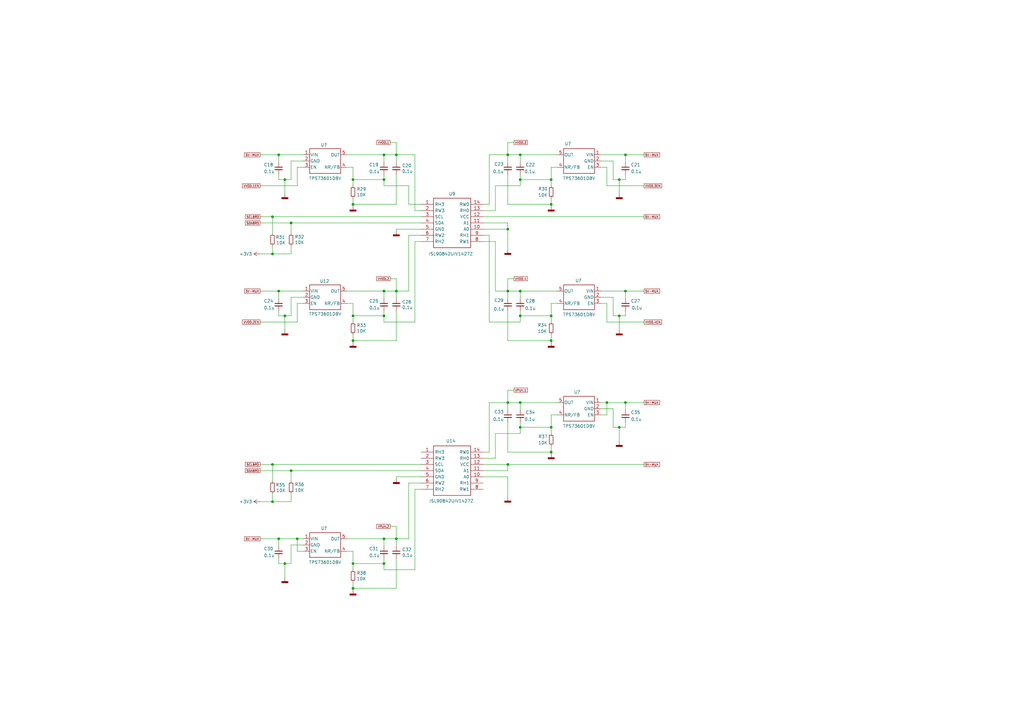
<source format=kicad_sch>
(kicad_sch (version 20250114) (generator "eeschema") (generator_version "9.0")
  (paper "A3")
  (title_block (title "EV2400 EVM Interface Board by Texas Instruments") (date "2019-09-26") (rev "1.0") (company "ORPALTECH"))
  (lib_symbols
    (symbol "EV2400-Components:+3V3" (power) (pin_names (offset 0))
      (property "Value" "+3V3" (at 0 3.556 0))
      (symbol "+3V3_0_1"
        (polyline (pts (xy -0.762 1.27) (xy 0 2.54)))
        (polyline (pts (xy 0 2.54) (xy 0.762 1.27)))
        (polyline (pts (xy 0 0) (xy 0 2.54)))
      )
      (symbol "+3V3_1_1"
        (pin power_in line (at 0 0 90) (length 0) (hide yes) (name "+3V3") (number "1"))
      )
    )
    (symbol "EV2400-Components:C_Small" (pin_numbers (hide yes)) (pin_names (offset 0.254) (hide yes))
      (property "Reference" "C" (at 0.254 1.778 0))
      (property "Value" "C_Small" (at 0.254 -2.032 0))
      (symbol "C_Small_0_1"
        (polyline (pts (xy -1.524 0.508) (xy 1.524 0.508)) (stroke (width 0.3048)))
        (polyline (pts (xy -1.524 -0.508) (xy 1.524 -0.508)) (stroke (width 0.3302)))
      )
      (symbol "C_Small_1_1"
        (pin passive line (at 0 2.54 270) (length 2.032) (name "~") (number "1"))
        (pin passive line (at 0 -2.54 90) (length 2.032) (name "~") (number "2"))
      )
    )
    (symbol "EV2400-Components:GND" (power) (pin_names (offset 0))
      (symbol "GND_0_1"
        (rectangle (start -1.27 -1.524) (end 1.27 -2.032) (stroke (width 0.254)) (fill (type outline)))
        (polyline (pts (xy 0 0) (xy 0 -1.524)))
      )
      (symbol "GND_1_1"
        (pin power_in line (at 0 0 270) (length 0) (hide yes) (name "GND") (number "1"))
      )
    )
    (symbol "EV2400-Components:ISL90842"
      (property "Reference" "U" (at -6.35 12.7 0))
      (property "Value" "ISL90842" (at -3.81 -12.7 0))
      (symbol "ISL90842_0_0"
        (pin bidirectional line (at -12.7 7.62 0) (length 5.08) (name "RH3") (number "1"))
        (pin bidirectional line (at -12.7 5.08 0) (length 5.08) (name "RW3") (number "2"))
        (pin bidirectional line (at -12.7 2.54 0) (length 5.08) (name "SCL") (number "3"))
        (pin bidirectional line (at -12.7 0 0) (length 5.08) (name "SDA") (number "4"))
        (pin bidirectional line (at -12.7 -2.54 0) (length 5.08) (name "GND") (number "5"))
        (pin bidirectional line (at -12.7 -5.08 0) (length 5.08) (name "RW2") (number "6"))
        (pin bidirectional line (at -12.7 -7.62 0) (length 5.08) (name "RH2") (number "7"))
        (pin bidirectional line (at 12.7 7.62 180) (length 5.08) (name "RW0") (number "14"))
        (pin bidirectional line (at 12.7 5.08 180) (length 5.08) (name "RH0") (number "13"))
        (pin bidirectional line (at 12.7 2.54 180) (length 5.08) (name "VCC") (number "12"))
        (pin bidirectional line (at 12.7 0 180) (length 5.08) (name "A1") (number "11"))
        (pin bidirectional line (at 12.7 -2.54 180) (length 5.08) (name "A0") (number "10"))
        (pin bidirectional line (at 12.7 -5.08 180) (length 5.08) (name "RH1") (number "9"))
        (pin bidirectional line (at 12.7 -7.62 180) (length 5.08) (name "RW1") (number "8"))
      )
      (symbol "ISL90842_0_1"
        (polyline (pts (xy -7.62 10.16) (xy 7.62 10.16) (xy 7.62 -10.16) (xy -7.62 -10.16) (xy -7.62 10.16)) (stroke (width 0.2032)))
      )
    )
    (symbol "EV2400-Components:R_Small" (pin_numbers (hide yes)) (pin_names (offset 0.254) (hide yes))
      (property "Reference" "R" (at 0.762 0.508 0))
      (property "Value" "R_Small" (at 0.762 -1.016 0))
      (symbol "R_Small_0_1"
        (rectangle (start -0.762 1.778) (end 0.762 -1.778) (stroke (width 0.2032)))
      )
      (symbol "R_Small_1_1"
        (pin passive line (at 0 2.54 270) (length 0.762) (name "~") (number "1"))
        (pin passive line (at 0 -2.54 90) (length 0.762) (name "~") (number "2"))
      )
    )
    (symbol "EV2400-Components:TPS73601DBV" (pin_names (offset 0.254))
      (property "Reference" "U" (at -7.62 7.62 0))
      (property "Value" "TPS73601DBV" (at -6.35 -7.62 0))
      (symbol "TPS73601DBV_0_0"
        (pin bidirectional line (at -8.89 2.54 0) (length 2.54) (name "VIN") (number "1"))
        (pin bidirectional line (at -8.89 0 0) (length 2.54) (name "GND") (number "2"))
        (pin bidirectional line (at -8.89 -2.54 0) (length 2.54) (name "EN") (number "3"))
        (pin bidirectional line (at 8.89 2.54 180) (length 2.54) (name "OUT") (number "5"))
        (pin bidirectional line (at 8.89 -2.54 180) (length 2.54) (name "NR/FB") (number "4"))
      )
      (symbol "TPS73601DBV_0_1"
        (polyline (pts (xy -6.35 5.08) (xy 6.35 5.08) (xy 6.35 -5.08) (xy -6.35 -5.08) (xy -6.35 5.08)) (stroke (width 0.2032)))
      )
    )
  )
  (junction (at 254 73.66))
  (junction (at 111.76 88.9))
  (junction (at 162.56 220.98))
  (junction (at 254 175.26))
  (junction (at 144.78 73.66))
  (junction (at 116.84 73.66))
  (junction (at 157.48 129.54))
  (junction (at 157.48 73.66))
  (junction (at 157.48 220.98))
  (junction (at 119.38 91.44))
  (junction (at 157.48 119.38))
  (junction (at 208.28 119.38))
  (junction (at 213.36 175.26))
  (junction (at 116.84 231.14))
  (junction (at 114.3 63.5))
  (junction (at 208.28 165.1))
  (junction (at 121.92 220.98))
  (junction (at 116.84 129.54))
  (junction (at 144.78 231.14))
  (junction (at 254 129.54))
  (junction (at 144.78 139.7))
  (junction (at 157.48 231.14))
  (junction (at 226.06 139.7))
  (junction (at 162.56 63.5))
  (junction (at 226.06 83.82))
  (junction (at 256.54 165.1))
  (junction (at 157.48 63.5))
  (junction (at 208.28 63.5))
  (junction (at 111.76 104.14))
  (junction (at 111.76 205.74))
  (junction (at 114.3 119.38))
  (junction (at 114.3 220.98))
  (junction (at 213.36 73.66))
  (junction (at 144.78 241.3))
  (junction (at 226.06 129.54))
  (junction (at 144.78 129.54))
  (junction (at 226.06 185.42))
  (junction (at 144.78 83.82))
  (junction (at 226.06 73.66))
  (junction (at 111.76 190.5))
  (junction (at 208.28 93.98))
  (junction (at 213.36 129.54))
  (junction (at 256.54 119.38))
  (junction (at 256.54 63.5))
  (junction (at 162.56 119.38))
  (junction (at 248.92 165.1))
  (junction (at 208.28 190.5))
  (junction (at 226.06 175.26))
  (junction (at 213.36 63.5))
  (junction (at 213.36 165.1))
  (junction (at 213.36 119.38))
  (junction (at 119.38 193.04))
  (wire (pts (xy 114.3 220.98) (xy 106.68 220.98)))
  (wire (pts (xy 208.28 91.44) (xy 208.28 93.98)))
  (wire (pts (xy 162.56 66.548) (xy 162.56 63.5)))
  (wire (pts (xy 198.12 88.9) (xy 264.16 88.9)))
  (wire (pts (xy 144.78 129.54) (xy 157.48 129.54)))
  (wire (pts (xy 142.24 68.58) (xy 144.78 68.58)))
  (wire (pts (xy 226.06 124.46) (xy 226.06 129.54)))
  (wire (pts (xy 116.84 231.14) (xy 114.3 231.14)))
  (wire (pts (xy 226.06 185.42) (xy 208.28 185.42)))
  (wire (pts (xy 213.36 119.38) (xy 208.28 119.38)))
  (wire (pts (xy 228.6 170.18) (xy 226.06 170.18)))
  (wire (pts (xy 144.78 73.66) (xy 144.78 76.2)))
  (wire (pts (xy 226.06 175.26) (xy 226.06 177.8)))
  (wire (pts (xy 256.54 175.26) (xy 256.54 173.228)))
  (wire (pts (xy 142.24 226.06) (xy 144.78 226.06)))
  (wire (pts (xy 167.64 119.38) (xy 162.56 119.38)))
  (wire (pts (xy 162.56 63.5) (xy 162.56 58.42)))
  (wire (pts (xy 256.54 165.1) (xy 264.16 165.1)))
  (wire (pts (xy 172.72 190.5) (xy 111.76 190.5)))
  (wire (pts (xy 114.3 73.66) (xy 114.3 71.628)))
  (wire (pts (xy 256.54 119.38) (xy 264.16 119.38)))
  (wire (pts (xy 144.78 226.06) (xy 144.78 231.14)))
  (wire (pts (xy 251.46 66.04) (xy 251.46 73.66)))
  (wire (pts (xy 114.3 129.54) (xy 114.3 127.508)))
  (wire (pts (xy 144.78 140.462) (xy 144.78 139.7)))
  (wire (pts (xy 124.46 66.04) (xy 119.38 66.04)))
  (wire (pts (xy 251.46 175.26) (xy 254 175.26)))
  (wire (pts (xy 208.28 165.1) (xy 208.28 160.02)))
  (wire (pts (xy 124.46 68.58) (xy 121.92 68.58)))
  (wire (pts (xy 124.46 63.5) (xy 114.3 63.5)))
  (wire (pts (xy 111.76 205.74) (xy 106.68 205.74)))
  (wire (pts (xy 162.56 139.7) (xy 162.56 127.508)))
  (wire (pts (xy 208.28 168.148) (xy 208.28 165.1)))
  (wire (pts (xy 226.06 68.58) (xy 226.06 73.66)))
  (wire (pts (xy 119.38 223.52) (xy 119.38 231.14)))
  (wire (pts (xy 121.92 76.2) (xy 106.68 76.2)))
  (wire (pts (xy 226.06 139.7) (xy 226.06 137.16)))
  (wire (pts (xy 172.72 96.52) (xy 167.64 96.52)))
  (wire (pts (xy 119.38 205.74) (xy 111.76 205.74)))
  (wire (pts (xy 162.56 224.028) (xy 162.56 220.98)))
  (wire (pts (xy 167.64 83.82) (xy 167.64 76.2)))
  (wire (pts (xy 167.64 198.12) (xy 167.64 220.98)))
  (wire (pts (xy 119.38 193.04) (xy 106.68 193.04)))
  (wire (pts (xy 124.46 124.46) (xy 121.92 124.46)))
  (wire (pts (xy 256.54 66.548) (xy 256.54 63.5)))
  (wire (pts (xy 162.56 93.98) (xy 162.56 94.742)))
  (wire (pts (xy 119.38 202.438) (xy 119.38 205.74)))
  (wire (pts (xy 198.12 93.98) (xy 208.28 93.98)))
  (wire (pts (xy 226.06 170.18) (xy 226.06 175.26)))
  (wire (pts (xy 162.56 195.58) (xy 162.56 196.342)))
  (wire (pts (xy 142.24 220.98) (xy 157.48 220.98)))
  (wire (pts (xy 172.72 195.58) (xy 162.56 195.58)))
  (wire (pts (xy 228.6 68.58) (xy 226.06 68.58)))
  (wire (pts (xy 256.54 73.66) (xy 256.54 71.628)))
  (wire (pts (xy 213.36 177.8) (xy 213.36 175.26)))
  (wire (pts (xy 162.56 122.428) (xy 162.56 119.38)))
  (wire (pts (xy 114.3 122.428) (xy 114.3 119.38)))
  (wire (pts (xy 124.46 226.06) (xy 121.92 226.06)))
  (wire (pts (xy 246.38 167.64) (xy 251.46 167.64)))
  (wire (pts (xy 162.56 114.3) (xy 160.02 114.3)))
  (wire (pts (xy 157.48 233.68) (xy 170.18 233.68)))
  (wire (pts (xy 119.38 129.54) (xy 116.84 129.54)))
  (wire (pts (xy 114.3 66.548) (xy 114.3 63.5)))
  (wire (pts (xy 111.76 95.758) (xy 111.76 88.9)))
  (wire (pts (xy 144.78 83.82) (xy 144.78 81.28)))
  (wire (pts (xy 256.54 129.54) (xy 256.54 127.508)))
  (wire (pts (xy 248.92 170.18) (xy 248.92 165.1)))
  (wire (pts (xy 121.92 226.06) (xy 121.92 220.98)))
  (wire (pts (xy 144.78 129.54) (xy 144.78 132.08)))
  (wire (pts (xy 208.28 58.42) (xy 210.82 58.42)))
  (wire (pts (xy 167.64 198.12) (xy 172.72 198.12)))
  (wire (pts (xy 116.84 79.502) (xy 116.84 73.66)))
  (wire (pts (xy 246.38 121.92) (xy 251.46 121.92)))
  (wire (pts (xy 162.56 220.98) (xy 162.56 215.9)))
  (wire (pts (xy 124.46 121.92) (xy 119.38 121.92)))
  (wire (pts (xy 208.28 160.02) (xy 210.82 160.02)))
  (wire (pts (xy 157.48 119.38) (xy 162.56 119.38)))
  (wire (pts (xy 226.06 83.82) (xy 226.06 81.28)))
  (wire (pts (xy 124.46 220.98) (xy 121.92 220.98)))
  (wire (pts (xy 119.38 100.838) (xy 119.38 104.14)))
  (wire (pts (xy 246.38 170.18) (xy 248.92 170.18)))
  (wire (pts (xy 119.38 197.358) (xy 119.38 193.04)))
  (wire (pts (xy 162.56 241.3) (xy 162.56 229.108)))
  (wire (pts (xy 162.56 58.42) (xy 160.02 58.42)))
  (wire (pts (xy 226.06 185.42) (xy 226.06 182.88)))
  (wire (pts (xy 116.84 73.66) (xy 114.3 73.66)))
  (wire (pts (xy 251.46 73.66) (xy 254 73.66)))
  (wire (pts (xy 157.48 224.028) (xy 157.48 220.98)))
  (wire (pts (xy 213.36 129.54) (xy 213.36 132.08)))
  (wire (pts (xy 198.12 185.42) (xy 200.66 185.42)))
  (wire (pts (xy 124.46 223.52) (xy 119.38 223.52)))
  (wire (pts (xy 121.92 220.98) (xy 114.3 220.98)))
  (wire (pts (xy 162.56 215.9) (xy 160.02 215.9)))
  (wire (pts (xy 144.78 139.7) (xy 162.56 139.7)))
  (wire (pts (xy 144.78 241.3) (xy 162.56 241.3)))
  (wire (pts (xy 246.38 66.04) (xy 251.46 66.04)))
  (wire (pts (xy 213.36 63.5) (xy 208.28 63.5)))
  (wire (pts (xy 203.2 99.06) (xy 203.2 119.38)))
  (wire (pts (xy 124.46 119.38) (xy 114.3 119.38)))
  (wire (pts (xy 162.56 63.5) (xy 170.18 63.5)))
  (wire (pts (xy 226.06 73.66) (xy 213.36 73.66)))
  (wire (pts (xy 208.28 119.38) (xy 208.28 114.3)))
  (wire (pts (xy 248.92 68.58) (xy 248.92 76.2)))
  (wire (pts (xy 254 175.26) (xy 256.54 175.26)))
  (wire (pts (xy 226.06 175.26) (xy 213.36 175.26)))
  (wire (pts (xy 157.48 63.5) (xy 162.56 63.5)))
  (wire (pts (xy 121.92 132.08) (xy 106.68 132.08)))
  (wire (pts (xy 251.46 129.54) (xy 254 129.54)))
  (wire (pts (xy 111.76 202.438) (xy 111.76 205.74)))
  (wire (pts (xy 228.6 119.38) (xy 213.36 119.38)))
  (wire (pts (xy 226.06 140.462) (xy 226.06 139.7)))
  (wire (pts (xy 167.64 220.98) (xy 162.56 220.98)))
  (wire (pts (xy 119.38 121.92) (xy 119.38 129.54)))
  (wire (pts (xy 248.92 124.46) (xy 248.92 132.08)))
  (wire (pts (xy 200.66 185.42) (xy 200.66 165.1)))
  (wire (pts (xy 116.84 135.382) (xy 116.84 129.54)))
  (wire (pts (xy 157.48 132.08) (xy 170.18 132.08)))
  (wire (pts (xy 157.48 122.428) (xy 157.48 119.38)))
  (wire (pts (xy 198.12 195.58) (xy 208.28 195.58)))
  (wire (pts (xy 172.72 83.82) (xy 167.64 83.82)))
  (wire (pts (xy 254 73.66) (xy 256.54 73.66)))
  (wire (pts (xy 198.12 91.44) (xy 208.28 91.44)))
  (wire (pts (xy 251.46 121.92) (xy 251.46 129.54)))
  (wire (pts (xy 111.76 197.358) (xy 111.76 190.5)))
  (wire (pts (xy 144.78 73.66) (xy 157.48 73.66)))
  (wire (pts (xy 144.78 84.582) (xy 144.78 83.82)))
  (wire (pts (xy 226.06 139.7) (xy 208.28 139.7)))
  (wire (pts (xy 208.28 122.428) (xy 208.28 119.38)))
  (wire (pts (xy 144.78 231.14) (xy 157.48 231.14)))
  (wire (pts (xy 208.28 66.548) (xy 208.28 63.5)))
  (wire (pts (xy 248.92 165.1) (xy 256.54 165.1)))
  (wire (pts (xy 226.06 186.182) (xy 226.06 185.42)))
  (wire (pts (xy 203.2 177.8) (xy 213.36 177.8)))
  (wire (pts (xy 208.28 190.5) (xy 264.16 190.5)))
  (wire (pts (xy 226.06 83.82) (xy 208.28 83.82)))
  (wire (pts (xy 144.78 139.7) (xy 144.78 137.16)))
  (wire (pts (xy 213.36 165.1) (xy 208.28 165.1)))
  (wire (pts (xy 121.92 68.58) (xy 121.92 76.2)))
  (wire (pts (xy 200.66 132.08) (xy 213.36 132.08)))
  (wire (pts (xy 208.28 185.42) (xy 208.28 173.228)))
  (wire (pts (xy 198.12 96.52) (xy 200.66 96.52)))
  (wire (pts (xy 246.38 63.5) (xy 256.54 63.5)))
  (wire (pts (xy 213.36 175.26) (xy 213.36 173.228)))
  (wire (pts (xy 119.38 66.04) (xy 119.38 73.66)))
  (wire (pts (xy 172.72 93.98) (xy 162.56 93.98)))
  (wire (pts (xy 114.3 63.5) (xy 106.68 63.5)))
  (wire (pts (xy 248.92 76.2) (xy 264.16 76.2)))
  (wire (pts (xy 157.48 129.54) (xy 157.48 127.508)))
  (wire (pts (xy 119.38 95.758) (xy 119.38 91.44)))
  (wire (pts (xy 121.92 124.46) (xy 121.92 132.08)))
  (wire (pts (xy 144.78 242.062) (xy 144.78 241.3)))
  (wire (pts (xy 198.12 99.06) (xy 203.2 99.06)))
  (wire (pts (xy 162.56 119.38) (xy 162.56 114.3)))
  (wire (pts (xy 198.12 190.5) (xy 208.28 190.5)))
  (wire (pts (xy 157.48 231.14) (xy 157.48 233.68)))
  (wire (pts (xy 111.76 100.838) (xy 111.76 104.14)))
  (wire (pts (xy 119.38 73.66) (xy 116.84 73.66)))
  (wire (pts (xy 170.18 132.08) (xy 170.18 99.06)))
  (wire (pts (xy 170.18 86.36) (xy 170.18 63.5)))
  (wire (pts (xy 172.72 193.04) (xy 119.38 193.04)))
  (wire (pts (xy 213.36 76.2) (xy 213.36 73.66)))
  (wire (pts (xy 208.28 190.5) (xy 208.28 193.04)))
  (wire (pts (xy 246.38 68.58) (xy 248.92 68.58)))
  (wire (pts (xy 226.06 129.54) (xy 213.36 129.54)))
  (wire (pts (xy 226.06 84.582) (xy 226.06 83.82)))
  (wire (pts (xy 157.48 129.54) (xy 157.48 132.08)))
  (wire (pts (xy 208.28 195.58) (xy 208.28 203.962)))
  (wire (pts (xy 200.66 83.82) (xy 200.66 63.5)))
  (wire (pts (xy 172.72 86.36) (xy 170.18 86.36)))
  (wire (pts (xy 200.66 96.52) (xy 200.66 132.08)))
  (wire (pts (xy 157.48 231.14) (xy 157.48 229.108)))
  (wire (pts (xy 144.78 241.3) (xy 144.78 238.76)))
  (wire (pts (xy 208.28 165.1) (xy 200.66 165.1)))
  (wire (pts (xy 198.12 86.36) (xy 203.2 86.36)))
  (wire (pts (xy 213.36 122.428) (xy 213.36 119.38)))
  (wire (pts (xy 119.38 231.14) (xy 116.84 231.14)))
  (wire (pts (xy 226.06 129.54) (xy 226.06 132.08)))
  (wire (pts (xy 157.48 73.66) (xy 157.48 71.628)))
  (wire (pts (xy 228.6 124.46) (xy 226.06 124.46)))
  (wire (pts (xy 142.24 124.46) (xy 144.78 124.46)))
  (wire (pts (xy 167.64 96.52) (xy 167.64 119.38)))
  (wire (pts (xy 172.72 91.44) (xy 119.38 91.44)))
  (wire (pts (xy 208.28 63.5) (xy 208.28 58.42)))
  (wire (pts (xy 142.24 63.5) (xy 157.48 63.5)))
  (wire (pts (xy 208.28 63.5) (xy 200.66 63.5)))
  (wire (pts (xy 116.84 236.982) (xy 116.84 231.14)))
  (wire (pts (xy 114.3 119.38) (xy 106.68 119.38)))
  (wire (pts (xy 228.6 165.1) (xy 213.36 165.1)))
  (wire (pts (xy 119.38 104.14) (xy 111.76 104.14)))
  (wire (pts (xy 254 181.102) (xy 254 175.26)))
  (wire (pts (xy 254 129.54) (xy 256.54 129.54)))
  (wire (pts (xy 144.78 231.14) (xy 144.78 233.68)))
  (wire (pts (xy 208.28 139.7) (xy 208.28 127.508)))
  (wire (pts (xy 213.36 73.66) (xy 213.36 71.628)))
  (wire (pts (xy 213.36 168.148) (xy 213.36 165.1)))
  (wire (pts (xy 254 135.382) (xy 254 129.54)))
  (wire (pts (xy 203.2 76.2) (xy 213.36 76.2)))
  (wire (pts (xy 226.06 73.66) (xy 226.06 76.2)))
  (wire (pts (xy 114.3 224.028) (xy 114.3 220.98)))
  (wire (pts (xy 246.38 165.1) (xy 248.92 165.1)))
  (wire (pts (xy 208.28 114.3) (xy 210.82 114.3)))
  (wire (pts (xy 167.64 76.2) (xy 157.48 76.2)))
  (wire (pts (xy 144.78 68.58) (xy 144.78 73.66)))
  (wire (pts (xy 246.38 119.38) (xy 256.54 119.38)))
  (wire (pts (xy 157.48 220.98) (xy 162.56 220.98)))
  (wire (pts (xy 157.48 76.2) (xy 157.48 73.66)))
  (wire (pts (xy 203.2 76.2) (xy 203.2 86.36)))
  (wire (pts (xy 170.18 99.06) (xy 172.72 99.06)))
  (wire (pts (xy 203.2 187.96) (xy 203.2 177.8)))
  (wire (pts (xy 248.92 132.08) (xy 264.16 132.08)))
  (wire (pts (xy 228.6 63.5) (xy 213.36 63.5)))
  (wire (pts (xy 111.76 190.5) (xy 106.68 190.5)))
  (wire (pts (xy 198.12 187.96) (xy 203.2 187.96)))
  (wire (pts (xy 208.28 83.82) (xy 208.28 71.628)))
  (wire (pts (xy 170.18 200.66) (xy 172.72 200.66)))
  (wire (pts (xy 116.84 129.54) (xy 114.3 129.54)))
  (wire (pts (xy 172.72 88.9) (xy 111.76 88.9)))
  (wire (pts (xy 213.36 66.548) (xy 213.36 63.5)))
  (wire (pts (xy 114.3 231.14) (xy 114.3 229.108)))
  (wire (pts (xy 256.54 168.148) (xy 256.54 165.1)))
  (wire (pts (xy 144.78 83.82) (xy 162.56 83.82)))
  (wire (pts (xy 256.54 63.5) (xy 264.16 63.5)))
  (wire (pts (xy 157.48 66.548) (xy 157.48 63.5)))
  (wire (pts (xy 111.76 88.9) (xy 106.68 88.9)))
  (wire (pts (xy 198.12 83.82) (xy 200.66 83.82)))
  (wire (pts (xy 208.28 93.98) (xy 208.28 102.362)))
  (wire (pts (xy 246.38 124.46) (xy 248.92 124.46)))
  (wire (pts (xy 203.2 119.38) (xy 208.28 119.38)))
  (wire (pts (xy 251.46 167.64) (xy 251.46 175.26)))
  (wire (pts (xy 111.76 104.14) (xy 106.68 104.14)))
  (wire (pts (xy 254 79.502) (xy 254 73.66)))
  (wire (pts (xy 198.12 193.04) (xy 208.28 193.04)))
  (wire (pts (xy 256.54 122.428) (xy 256.54 119.38)))
  (wire (pts (xy 170.18 233.68) (xy 170.18 200.66)))
  (wire (pts (xy 213.36 129.54) (xy 213.36 127.508)))
  (wire (pts (xy 162.56 83.82) (xy 162.56 71.628)))
  (wire (pts (xy 142.24 119.38) (xy 157.48 119.38)))
  (wire (pts (xy 119.38 91.44) (xy 106.68 91.44)))
  (wire (pts (xy 144.78 124.46) (xy 144.78 129.54)))
  (global_label "VPUV.1" (shape passive) (at 210.82 160.02 0) (effects (font (size 0.889 0.889))) (property "Intersheetrefs" "${INTERSHEET_REFS}" (effects (hide yes))))
  (global_label "VVOD.1" (shape passive) (at 160.02 58.42 180) (effects (font (size 0.889 0.889))) (property "Intersheetrefs" "${INTERSHEET_REFS}" (effects (hide yes))))
  (global_label "5V-MUX" (shape passive) (at 106.68 63.5 180) (effects (font (size 0.889 0.889))) (property "Intersheetrefs" "${INTERSHEET_REFS}" (effects (hide yes))))
  (global_label "5V-MUX" (shape passive) (at 264.16 165.1 0) (effects (font (size 0.889 0.889))) (property "Intersheetrefs" "${INTERSHEET_REFS}" (effects (hide yes))))
  (global_label "5V-MUX" (shape passive) (at 264.16 190.5 0) (effects (font (size 0.889 0.889))) (property "Intersheetrefs" "${INTERSHEET_REFS}" (effects (hide yes))))
  (global_label "VVOD.3EN" (shape passive) (at 264.16 76.2 0) (effects (font (size 0.889 0.889))) (property "Intersheetrefs" "${INTERSHEET_REFS}" (effects (hide yes))))
  (global_label "5V-MUX" (shape passive) (at 264.16 119.38 0) (effects (font (size 0.889 0.889))) (property "Intersheetrefs" "${INTERSHEET_REFS}" (effects (hide yes))))
  (global_label "VVOD.4" (shape passive) (at 210.82 114.3 0) (effects (font (size 0.889 0.889))) (property "Intersheetrefs" "${INTERSHEET_REFS}" (effects (hide yes))))
  (global_label "VPUV.2" (shape passive) (at 160.02 215.9 180) (effects (font (size 0.889 0.889))) (property "Intersheetrefs" "${INTERSHEET_REFS}" (effects (hide yes))))
  (global_label "SDABRD" (shape passive) (at 106.68 193.04 180) (effects (font (size 0.889 0.889))) (property "Intersheetrefs" "${INTERSHEET_REFS}" (effects (hide yes))))
  (global_label "VVOD.3" (shape passive) (at 210.82 58.42 0) (effects (font (size 0.889 0.889))) (property "Intersheetrefs" "${INTERSHEET_REFS}" (effects (hide yes))))
  (global_label "VVOD.4EN" (shape passive) (at 264.16 132.08 0) (effects (font (size 0.889 0.889))) (property "Intersheetrefs" "${INTERSHEET_REFS}" (effects (hide yes))))
  (global_label "5V-MUX" (shape passive) (at 106.68 119.38 180) (effects (font (size 0.889 0.889))) (property "Intersheetrefs" "${INTERSHEET_REFS}" (effects (hide yes))))
  (global_label "VVOD.1EN" (shape passive) (at 106.68 76.2 180) (effects (font (size 0.889 0.889))) (property "Intersheetrefs" "${INTERSHEET_REFS}" (effects (hide yes))))
  (global_label "SDABRD" (shape passive) (at 106.68 91.44 180) (effects (font (size 0.889 0.889))) (property "Intersheetrefs" "${INTERSHEET_REFS}" (effects (hide yes))))
  (global_label "5V-MUX" (shape passive) (at 264.16 88.9 0) (effects (font (size 0.889 0.889))) (property "Intersheetrefs" "${INTERSHEET_REFS}" (effects (hide yes))))
  (global_label "SCLBRD" (shape passive) (at 106.68 88.9 180) (effects (font (size 0.889 0.889))) (property "Intersheetrefs" "${INTERSHEET_REFS}" (effects (hide yes))))
  (global_label "5V-MUX" (shape passive) (at 106.68 220.98 180) (effects (font (size 0.889 0.889))) (property "Intersheetrefs" "${INTERSHEET_REFS}" (effects (hide yes))))
  (global_label "VVOD.2EN" (shape passive) (at 106.68 132.08 180) (effects (font (size 0.889 0.889))) (property "Intersheetrefs" "${INTERSHEET_REFS}" (effects (hide yes))))
  (global_label "SCLBRD" (shape passive) (at 106.68 190.5 180) (effects (font (size 0.889 0.889))) (property "Intersheetrefs" "${INTERSHEET_REFS}" (effects (hide yes))))
  (global_label "VVOD.2" (shape passive) (at 160.02 114.3 180) (effects (font (size 0.889 0.889))) (property "Intersheetrefs" "${INTERSHEET_REFS}" (effects (hide yes))))
  (global_label "5V-MUX" (shape passive) (at 264.16 63.5 0) (effects (font (size 0.889 0.889))) (property "Intersheetrefs" "${INTERSHEET_REFS}" (effects (hide yes))))
  (symbol (lib_id "EV2400-Components:TPS73601DBV") (at 133.35 66.04 0) (unit 1)
    (property "Reference" "U10" (at 132.842 59.436 0))
    (property "Value" "TPS73601DBV" (at 133.35 73.152 0))
    (property "Footprint" "EV2400-Footprints:SOT95P280X145-5N" (effects (hide yes)))
    (property "Datasheet" "http://www.ti.com/lit/ds/symlink/tps736.pdf" (effects (hide yes)))
    (property "Description" "LDO Voltage Regulators Cap-Free NMOS 400mA" (effects (hide yes)))
    (property "Height" "1.45" (effects (hide yes)))
    (property "Manufacturer_Name" "Texas Instruments" (effects (hide yes)))
    (property "Manufacturer_Part_Number" "TPS73601DBV" (effects (hide yes)))
    (property "Description_1" "LDO Voltage Regulators Cap-Free NMOS 400mA" (effects (hide yes)))
    (instances (project "" (path "" (reference "U?") (unit 1)) (path "" (reference "U10") (unit 1))))
  )
  (symbol (lib_id "EV2400-Components:R_Small") (at 144.78 78.74 0) (unit 1)
    (property "Reference" "R29" (at 146.2786 77.5716 0) (effects (justify left)))
    (property "Value" "10K" (at 146.2786 79.883 0) (effects (justify left)))
    (property "Footprint" "EV2400-Footprints:R_0603_1608Metric" (effects (hide yes)))
    (property "Description" "Resistor, small symbol" (effects (hide yes)))
  )
  (symbol (lib_id "EV2400-Components:GND") (at 144.78 84.582 0) (unit 1)
    (property "Reference" "#PWR0151" (effects (hide yes)))
    (property "Value" "GND" (effects (hide yes)))
    (property "Description" "Power flag, digital ground" (effects (hide yes)))
  )
  (symbol (lib_id "EV2400-Components:C_Small") (at 157.48 69.088 0) (unit 1)
    (property "Reference" "C19" (at 151.384 67.564 0) (effects (justify left)))
    (property "Value" "0.1u" (at 151.384 70.358 0) (effects (justify left)))
    (property "Footprint" "EV2400-Footprints:C_0603_1608Metric" (effects (hide yes)))
    (property "Description" "Unpolarized capacitor" (effects (hide yes)))
  )
  (symbol (lib_id "EV2400-Components:C_Small") (at 162.56 69.088 0) (unit 1)
    (property "Reference" "C20" (at 164.8968 67.9196 0) (effects (justify left)))
    (property "Value" "0.1u" (at 164.8968 70.231 0) (effects (justify left)))
    (property "Footprint" "EV2400-Footprints:C_0603_1608Metric" (effects (hide yes)))
    (property "Description" "Unpolarized capacitor" (effects (hide yes)))
  )
  (symbol (lib_id "EV2400-Components:C_Small") (at 114.3 69.088 0) (unit 1)
    (property "Reference" "C18" (at 108.204 67.564 0) (effects (justify left)))
    (property "Value" "0.1u" (at 108.204 70.358 0) (effects (justify left)))
    (property "Footprint" "EV2400-Footprints:C_0603_1608Metric" (effects (hide yes)))
    (property "Description" "Unpolarized capacitor" (effects (hide yes)))
  )
  (symbol (lib_id "EV2400-Components:GND") (at 116.84 79.502 0) (unit 1)
    (property "Reference" "#PWR0152" (effects (hide yes)))
    (property "Value" "GND" (effects (hide yes)))
    (property "Description" "Power flag, digital ground" (effects (hide yes)))
  )
  (symbol (lib_id "EV2400-Components:TPS73601DBV") (at 237.49 66.04 0) (mirror y) (unit 1)
    (property "Reference" "U11" (at 232.918 58.928 0))
    (property "Value" "TPS73601DBV" (at 237.49 73.152 0))
    (property "Footprint" "EV2400-Footprints:SOT95P280X145-5N" (effects (hide yes)))
    (property "Datasheet" "http://www.ti.com/lit/ds/symlink/tps736.pdf" (effects (hide yes)))
    (property "Description" "LDO Voltage Regulators Cap-Free NMOS 400mA" (effects (hide yes)))
    (property "Height" "1.45" (effects (hide yes)))
    (property "Manufacturer_Name" "Texas Instruments" (effects (hide yes)))
    (property "Manufacturer_Part_Number" "TPS73601DBV" (effects (hide yes)))
    (property "Description_1" "LDO Voltage Regulators Cap-Free NMOS 400mA" (effects (hide yes)))
    (instances (project "" (path "" (reference "U?") (unit 1)) (path "" (reference "U11") (unit 1))))
  )
  (symbol (lib_id "EV2400-Components:R_Small") (at 226.06 78.74 0) (mirror y) (unit 1)
    (property "Reference" "R30" (at 220.726 77.47 0) (effects (justify right)))
    (property "Value" "10K" (at 220.726 80.01 0) (effects (justify right)))
    (property "Footprint" "EV2400-Footprints:R_0603_1608Metric" (effects (hide yes)))
    (property "Description" "Resistor, small symbol" (effects (hide yes)))
  )
  (symbol (lib_id "EV2400-Components:GND") (at 226.06 84.582 0) (mirror y) (unit 1)
    (property "Reference" "#PWR0153" (effects (hide yes)))
    (property "Value" "GND" (effects (hide yes)))
    (property "Description" "Power flag, digital ground" (effects (hide yes)))
  )
  (symbol (lib_id "EV2400-Components:C_Small") (at 213.36 69.088 0) (mirror y) (unit 1)
    (property "Reference" "C22" (at 219.456 67.564 0) (effects (justify left)))
    (property "Value" "0.1u" (at 219.456 70.358 0) (effects (justify left)))
    (property "Footprint" "EV2400-Footprints:C_0603_1608Metric" (effects (hide yes)))
    (property "Description" "Unpolarized capacitor" (effects (hide yes)))
  )
  (symbol (lib_id "EV2400-Components:C_Small") (at 208.28 69.088 0) (mirror y) (unit 1)
    (property "Reference" "C23" (at 202.692 67.31 0) (effects (justify right)))
    (property "Value" "0.1u" (at 202.184 70.358 0) (effects (justify right)))
    (property "Footprint" "EV2400-Footprints:C_0603_1608Metric" (effects (hide yes)))
    (property "Description" "Unpolarized capacitor" (effects (hide yes)))
  )
  (symbol (lib_id "EV2400-Components:C_Small") (at 256.54 69.088 0) (mirror y) (unit 1)
    (property "Reference" "C21" (at 262.636 67.564 0) (effects (justify left)))
    (property "Value" "0.1u" (at 263.144 70.358 0) (effects (justify left)))
    (property "Footprint" "EV2400-Footprints:C_0603_1608Metric" (effects (hide yes)))
    (property "Description" "Unpolarized capacitor" (effects (hide yes)))
  )
  (symbol (lib_id "EV2400-Components:GND") (at 254 79.502 0) (mirror y) (unit 1)
    (property "Reference" "#PWR0154" (effects (hide yes)))
    (property "Value" "GND" (effects (hide yes)))
    (property "Description" "Power flag, digital ground" (effects (hide yes)))
  )
  (symbol (lib_id "EV2400-Components:R_Small") (at 111.76 98.298 0) (unit 1)
    (property "Reference" "R31" (at 113.03 97.282 0) (effects (justify left)))
    (property "Value" "10K" (at 113.284 99.568 0) (effects (justify left)))
    (property "Footprint" "EV2400-Footprints:R_0603_1608Metric" (effects (hide yes)))
    (property "Description" "Resistor, small symbol" (effects (hide yes)))
  )
  (symbol (lib_id "EV2400-Components:R_Small") (at 119.38 98.298 0) (unit 1)
    (property "Reference" "R32" (at 120.8786 97.1296 0) (effects (justify left)))
    (property "Value" "10K" (at 120.8786 99.441 0) (effects (justify left)))
    (property "Footprint" "EV2400-Footprints:R_0603_1608Metric" (effects (hide yes)))
    (property "Description" "Resistor, small symbol" (effects (hide yes)))
  )
  (symbol (lib_id "EV2400-Components:+3V3") (at 106.68 104.14 90) (unit 1)
    (property "Reference" "#PWR0155" (effects (hide yes)))
    (property "Value" "+3V3" (at 103.4288 104.14 90) (effects (justify left)))
    (property "Description" "power-flag symbol +3.3V" (effects (hide yes)))
  )
  (symbol (lib_id "EV2400-Components:GND") (at 162.56 94.742 0) (unit 1)
    (property "Reference" "#PWR0156" (effects (hide yes)))
    (property "Value" "GND" (effects (hide yes)))
    (property "Description" "Power flag, digital ground" (effects (hide yes)))
  )
  (symbol (lib_id "EV2400-Components:R_Small") (at 144.78 134.62 0) (unit 1)
    (property "Reference" "R33" (at 146.2786 133.4516 0) (effects (justify left)))
    (property "Value" "10K" (at 146.2786 135.763 0) (effects (justify left)))
    (property "Footprint" "EV2400-Footprints:R_0603_1608Metric" (effects (hide yes)))
    (property "Description" "Resistor, small symbol" (effects (hide yes)))
  )
  (symbol (lib_id "EV2400-Components:GND") (at 144.78 140.462 0) (unit 1)
    (property "Reference" "#PWR0157" (effects (hide yes)))
    (property "Value" "GND" (effects (hide yes)))
    (property "Description" "Power flag, digital ground" (effects (hide yes)))
  )
  (symbol (lib_id "EV2400-Components:C_Small") (at 157.48 124.968 0) (unit 1)
    (property "Reference" "C25" (at 151.384 123.444 0) (effects (justify left)))
    (property "Value" "0.1u" (at 151.384 126.238 0) (effects (justify left)))
    (property "Footprint" "EV2400-Footprints:C_0603_1608Metric" (effects (hide yes)))
    (property "Description" "Unpolarized capacitor" (effects (hide yes)))
  )
  (symbol (lib_id "EV2400-Components:C_Small") (at 162.56 124.968 0) (unit 1)
    (property "Reference" "C26" (at 164.8968 123.7996 0) (effects (justify left)))
    (property "Value" "0.1u" (at 164.8968 126.111 0) (effects (justify left)))
    (property "Footprint" "EV2400-Footprints:C_0603_1608Metric" (effects (hide yes)))
    (property "Description" "Unpolarized capacitor" (effects (hide yes)))
  )
  (symbol (lib_id "EV2400-Components:C_Small") (at 114.3 124.968 0) (unit 1)
    (property "Reference" "C24" (at 108.204 123.444 0) (effects (justify left)))
    (property "Value" "0.1u" (at 108.204 126.238 0) (effects (justify left)))
    (property "Footprint" "EV2400-Footprints:C_0603_1608Metric" (effects (hide yes)))
    (property "Description" "Unpolarized capacitor" (effects (hide yes)))
  )
  (symbol (lib_id "EV2400-Components:GND") (at 116.84 135.382 0) (unit 1)
    (property "Reference" "#PWR0158" (effects (hide yes)))
    (property "Value" "GND" (effects (hide yes)))
    (property "Description" "Power flag, digital ground" (effects (hide yes)))
  )
  (symbol (lib_id "EV2400-Components:R_Small") (at 226.06 134.62 0) (mirror y) (unit 1)
    (property "Reference" "R34" (at 220.472 133.35 0) (effects (justify right)))
    (property "Value" "10K" (at 220.472 135.89 0) (effects (justify right)))
    (property "Footprint" "EV2400-Footprints:R_0603_1608Metric" (effects (hide yes)))
    (property "Description" "Resistor, small symbol" (effects (hide yes)))
  )
  (symbol (lib_id "EV2400-Components:GND") (at 226.06 140.462 0) (mirror y) (unit 1)
    (property "Reference" "#PWR0159" (effects (hide yes)))
    (property "Value" "GND" (effects (hide yes)))
    (property "Description" "Power flag, digital ground" (effects (hide yes)))
  )
  (symbol (lib_id "EV2400-Components:C_Small") (at 213.36 124.968 0) (mirror y) (unit 1)
    (property "Reference" "C28" (at 219.456 123.444 0) (effects (justify left)))
    (property "Value" "0.1u" (at 219.71 126.492 0) (effects (justify left)))
    (property "Footprint" "EV2400-Footprints:C_0603_1608Metric" (effects (hide yes)))
    (property "Description" "Unpolarized capacitor" (effects (hide yes)))
  )
  (symbol (lib_id "EV2400-Components:C_Small") (at 208.28 124.968 0) (mirror y) (unit 1)
    (property "Reference" "C29" (at 202.692 123.19 0) (effects (justify right)))
    (property "Value" "0.1u" (at 202.438 126.746 0) (effects (justify right)))
    (property "Footprint" "EV2400-Footprints:C_0603_1608Metric" (effects (hide yes)))
    (property "Description" "Unpolarized capacitor" (effects (hide yes)))
  )
  (symbol (lib_id "EV2400-Components:C_Small") (at 256.54 124.968 0) (mirror y) (unit 1)
    (property "Reference" "C27" (at 262.636 123.444 0) (effects (justify left)))
    (property "Value" "0.1u" (at 263.398 126.238 0) (effects (justify left)))
    (property "Footprint" "EV2400-Footprints:C_0603_1608Metric" (effects (hide yes)))
    (property "Description" "Unpolarized capacitor" (effects (hide yes)))
  )
  (symbol (lib_id "EV2400-Components:GND") (at 254 135.382 0) (mirror y) (unit 1)
    (property "Reference" "#PWR0160" (effects (hide yes)))
    (property "Value" "GND" (effects (hide yes)))
    (property "Description" "Power flag, digital ground" (effects (hide yes)))
  )
  (symbol (lib_id "EV2400-Components:TPS73601DBV") (at 237.49 121.92 0) (mirror y) (unit 1)
    (property "Reference" "U13" (at 237.236 115.062 0))
    (property "Value" "TPS73601DBV" (at 237.49 129.032 0))
    (property "Footprint" "EV2400-Footprints:SOT95P280X145-5N" (effects (hide yes)))
    (property "Datasheet" "http://www.ti.com/lit/ds/symlink/tps736.pdf" (effects (hide yes)))
    (property "Description" "LDO Voltage Regulators Cap-Free NMOS 400mA" (effects (hide yes)))
    (property "Height" "1.45" (effects (hide yes)))
    (property "Manufacturer_Name" "Texas Instruments" (effects (hide yes)))
    (property "Manufacturer_Part_Number" "TPS73601DBV" (effects (hide yes)))
    (property "Description_1" "LDO Voltage Regulators Cap-Free NMOS 400mA" (effects (hide yes)))
    (instances (project "" (path "" (reference "U?") (unit 1)) (path "" (reference "U13") (unit 1))))
  )
  (symbol (lib_id "EV2400-Components:GND") (at 208.28 102.362 0) (unit 1)
    (property "Reference" "#PWR0161" (effects (hide yes)))
    (property "Value" "GND" (effects (hide yes)))
    (property "Description" "Power flag, digital ground" (effects (hide yes)))
  )
  (symbol (lib_id "EV2400-Components:R_Small") (at 226.06 180.34 0) (mirror y) (unit 1)
    (property "Reference" "R37" (at 220.726 179.07 0) (effects (justify right)))
    (property "Value" "10K" (at 220.726 181.61 0) (effects (justify right)))
    (property "Footprint" "EV2400-Footprints:R_0603_1608Metric" (effects (hide yes)))
    (property "Description" "Resistor, small symbol" (effects (hide yes)))
  )
  (symbol (lib_id "EV2400-Components:GND") (at 226.06 186.182 0) (mirror y) (unit 1)
    (property "Reference" "#PWR0162" (effects (hide yes)))
    (property "Value" "GND" (effects (hide yes)))
    (property "Description" "Power flag, digital ground" (effects (hide yes)))
  )
  (symbol (lib_id "EV2400-Components:C_Small") (at 213.36 170.688 0) (mirror y) (unit 1)
    (property "Reference" "C34" (at 219.456 169.164 0) (effects (justify left)))
    (property "Value" "0.1u" (at 219.456 171.958 0) (effects (justify left)))
    (property "Footprint" "EV2400-Footprints:C_0603_1608Metric" (effects (hide yes)))
    (property "Description" "Unpolarized capacitor" (effects (hide yes)))
  )
  (symbol (lib_id "EV2400-Components:C_Small") (at 208.28 170.688 0) (mirror y) (unit 1)
    (property "Reference" "C33" (at 202.692 168.91 0) (effects (justify right)))
    (property "Value" "0.1u" (at 202.184 171.958 0) (effects (justify right)))
    (property "Footprint" "EV2400-Footprints:C_0603_1608Metric" (effects (hide yes)))
    (property "Description" "Unpolarized capacitor" (effects (hide yes)))
  )
  (symbol (lib_id "EV2400-Components:C_Small") (at 256.54 170.688 0) (mirror y) (unit 1)
    (property "Reference" "C35" (at 262.636 169.164 0) (effects (justify left)))
    (property "Value" "0.1u" (at 263.144 171.958 0) (effects (justify left)))
    (property "Footprint" "EV2400-Footprints:C_0603_1608Metric" (effects (hide yes)))
    (property "Description" "Unpolarized capacitor" (effects (hide yes)))
  )
  (symbol (lib_id "EV2400-Components:GND") (at 254 181.102 0) (mirror y) (unit 1)
    (property "Reference" "#PWR0163" (effects (hide yes)))
    (property "Value" "GND" (effects (hide yes)))
    (property "Description" "Power flag, digital ground" (effects (hide yes)))
  )
  (symbol (lib_id "EV2400-Components:TPS73601DBV") (at 237.49 167.64 0) (mirror y) (unit 1)
    (property "Reference" "U15" (at 236.728 160.782 0))
    (property "Value" "TPS73601DBV" (at 237.49 174.752 0))
    (property "Footprint" "EV2400-Footprints:SOT95P280X145-5N" (effects (hide yes)))
    (property "Datasheet" "http://www.ti.com/lit/ds/symlink/tps736.pdf" (effects (hide yes)))
    (property "Description" "LDO Voltage Regulators Cap-Free NMOS 400mA" (effects (hide yes)))
    (property "Height" "1.45" (effects (hide yes)))
    (property "Manufacturer_Name" "Texas Instruments" (effects (hide yes)))
    (property "Manufacturer_Part_Number" "TPS73601DBV" (effects (hide yes)))
    (property "Description_1" "LDO Voltage Regulators Cap-Free NMOS 400mA" (effects (hide yes)))
    (instances (project "" (path "" (reference "U?") (unit 1)) (path "" (reference "U15") (unit 1))))
  )
  (symbol (lib_id "EV2400-Components:GND") (at 208.28 203.962 0) (unit 1)
    (property "Reference" "#PWR0164" (effects (hide yes)))
    (property "Value" "GND" (effects (hide yes)))
    (property "Description" "Power flag, digital ground" (effects (hide yes)))
  )
  (symbol (lib_id "EV2400-Components:R_Small") (at 111.76 199.898 0) (unit 1)
    (property "Reference" "R35" (at 113.03 198.882 0) (effects (justify left)))
    (property "Value" "10K" (at 113.284 201.168 0) (effects (justify left)))
    (property "Footprint" "EV2400-Footprints:R_0603_1608Metric" (effects (hide yes)))
    (property "Description" "Resistor, small symbol" (effects (hide yes)))
  )
  (symbol (lib_id "EV2400-Components:R_Small") (at 119.38 199.898 0) (unit 1)
    (property "Reference" "R36" (at 120.8786 198.7296 0) (effects (justify left)))
    (property "Value" "10K" (at 120.8786 201.041 0) (effects (justify left)))
    (property "Footprint" "EV2400-Footprints:R_0603_1608Metric" (effects (hide yes)))
    (property "Description" "Resistor, small symbol" (effects (hide yes)))
  )
  (symbol (lib_id "EV2400-Components:+3V3") (at 106.68 205.74 90) (unit 1)
    (property "Reference" "#PWR0165" (effects (hide yes)))
    (property "Value" "+3V3" (at 103.4288 205.74 90) (effects (justify left)))
    (property "Description" "power-flag symbol +3.3V" (effects (hide yes)))
  )
  (symbol (lib_id "EV2400-Components:GND") (at 162.56 196.342 0) (unit 1)
    (property "Reference" "#PWR0166" (effects (hide yes)))
    (property "Value" "GND" (effects (hide yes)))
    (property "Description" "Power flag, digital ground" (effects (hide yes)))
  )
  (symbol (lib_id "EV2400-Components:R_Small") (at 144.78 236.22 0) (unit 1)
    (property "Reference" "R38" (at 146.2786 235.0516 0) (effects (justify left)))
    (property "Value" "10K" (at 146.2786 237.363 0) (effects (justify left)))
    (property "Footprint" "EV2400-Footprints:R_0603_1608Metric" (effects (hide yes)))
    (property "Description" "Resistor, small symbol" (effects (hide yes)))
  )
  (symbol (lib_id "EV2400-Components:GND") (at 144.78 242.062 0) (unit 1)
    (property "Reference" "#PWR0167" (effects (hide yes)))
    (property "Value" "GND" (effects (hide yes)))
    (property "Description" "Power flag, digital ground" (effects (hide yes)))
  )
  (symbol (lib_id "EV2400-Components:C_Small") (at 157.48 226.568 0) (unit 1)
    (property "Reference" "C31" (at 151.384 225.044 0) (effects (justify left)))
    (property "Value" "0.1u" (at 151.384 227.838 0) (effects (justify left)))
    (property "Footprint" "EV2400-Footprints:C_0603_1608Metric" (effects (hide yes)))
    (property "Description" "Unpolarized capacitor" (effects (hide yes)))
  )
  (symbol (lib_id "EV2400-Components:C_Small") (at 162.56 226.568 0) (unit 1)
    (property "Reference" "C32" (at 164.8968 225.3996 0) (effects (justify left)))
    (property "Value" "0.1u" (at 164.8968 227.711 0) (effects (justify left)))
    (property "Footprint" "EV2400-Footprints:C_0603_1608Metric" (effects (hide yes)))
    (property "Description" "Unpolarized capacitor" (effects (hide yes)))
  )
  (symbol (lib_id "EV2400-Components:C_Small") (at 114.3 226.568 0) (unit 1)
    (property "Reference" "C30" (at 108.204 225.044 0) (effects (justify left)))
    (property "Value" "0.1u" (at 108.204 227.838 0) (effects (justify left)))
    (property "Footprint" "EV2400-Footprints:C_0603_1608Metric" (effects (hide yes)))
    (property "Description" "Unpolarized capacitor" (effects (hide yes)))
  )
  (symbol (lib_id "EV2400-Components:GND") (at 116.84 236.982 0) (unit 1)
    (property "Reference" "#PWR0168" (effects (hide yes)))
    (property "Value" "GND" (effects (hide yes)))
    (property "Description" "Power flag, digital ground" (effects (hide yes)))
  )
  (symbol (lib_id "EV2400-Components:TPS73601DBV") (at 133.35 223.52 0) (unit 1)
    (property "Reference" "U18" (at 132.842 216.662 0))
    (property "Value" "TPS73601DBV" (at 133.35 230.632 0))
    (property "Footprint" "EV2400-Footprints:SOT95P280X145-5N" (effects (hide yes)))
    (property "Datasheet" "http://www.ti.com/lit/ds/symlink/tps736.pdf" (effects (hide yes)))
    (property "Description" "LDO Voltage Regulators Cap-Free NMOS 400mA" (effects (hide yes)))
    (property "Height" "1.45" (effects (hide yes)))
    (property "Manufacturer_Name" "Texas Instruments" (effects (hide yes)))
    (property "Manufacturer_Part_Number" "TPS73601DBV" (effects (hide yes)))
    (property "Description_1" "LDO Voltage Regulators Cap-Free NMOS 400mA" (effects (hide yes)))
    (instances (project "" (path "" (reference "U?") (unit 1)) (path "" (reference "U18") (unit 1))))
  )
  (symbol (lib_id "EV2400-Components:ISL90842") (at 185.42 193.04 0) (unit 1)
    (property "Reference" "U14" (at 184.912 180.848 0))
    (property "Value" "ISL90842UIV1427Z" (at 185.166 205.486 0))
    (property "Footprint" "EV2400-Footprints:SOP65P640X105-14N" (effects (hide yes)))
    (property "Datasheet" "http://www.mouser.com/datasheet/2/698/isl90842-1529542.pdf" (effects (hide yes)))
    (property "Description" "Digital Potentiometer ICs ISL90842UIV1427Z LW NOISE LW PWR I2C BUS" (effects (hide yes)))
    (property "Height" "1.05" (effects (hide yes)))
    (property "Manufacturer_Name" "Renesas / Intersil" (effects (hide yes)))
    (property "Manufacturer_Part_Number" "ISL90842UIV1427Z" (effects (hide yes)))
    (property "Description_1" "Digital Potentiometer ICs ISL90842UIV1427Z LW NOISE LW PWR I2C BUS" (effects (hide yes)))
  )
  (symbol (lib_id "EV2400-Components:ISL90842") (at 185.42 91.44 0) (unit 1)
    (property "Reference" "U9" (at 185.42 79.502 0))
    (property "Value" "ISL90842UIV1427Z" (at 184.912 104.14 0))
    (property "Footprint" "EV2400-Footprints:SOP65P640X105-14N" (effects (hide yes)))
    (property "Datasheet" "http://www.mouser.com/datasheet/2/698/isl90842-1529542.pdf" (effects (hide yes)))
    (property "Description" "Digital Potentiometer ICs ISL90842UIV1427Z LW NOISE LW PWR I2C BUS" (effects (hide yes)))
    (property "Height" "1.05" (effects (hide yes)))
    (property "Manufacturer_Name" "Renesas / Intersil" (effects (hide yes)))
    (property "Manufacturer_Part_Number" "ISL90842UIV1427Z" (effects (hide yes)))
    (property "Description_1" "Digital Potentiometer ICs ISL90842UIV1427Z LW NOISE LW PWR I2C BUS" (effects (hide yes)))
  )
  (symbol (lib_id "EV2400-Components:TPS73601DBV") (at 133.35 121.92 0) (unit 1)
    (property "Reference" "U12" (at 133.096 115.316 0))
    (property "Value" "TPS73601DBV" (at 133.35 128.778 0))
    (property "Footprint" "EV2400-Footprints:SOT95P280X145-5N" (effects (hide yes)))
    (property "Datasheet" "http://www.ti.com/lit/ds/symlink/tps736.pdf" (effects (hide yes)))
    (property "Description" "LDO Voltage Regulators Cap-Free NMOS 400mA" (effects (hide yes)))
    (property "Description_1" "LDO Voltage Regulators Cap-Free NMOS 400mA" (effects (hide yes)))
    (property "Height" "1.45" (effects (hide yes)))
    (property "Manufacturer_Name" "Texas Instruments" (effects (hide yes)))
    (property "Manufacturer_Part_Number" "TPS73601DBV" (effects (hide yes)))
  )
)
</source>
